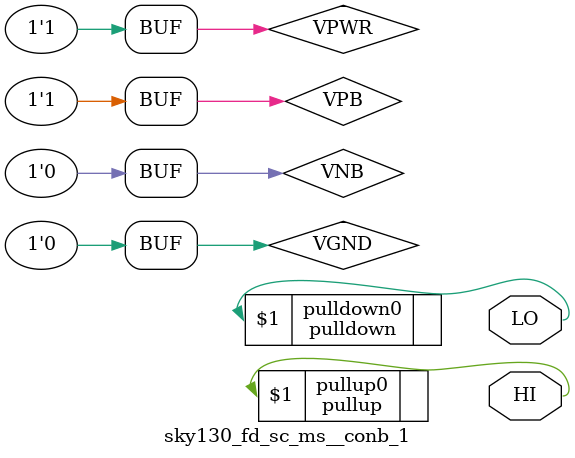
<source format=v>
/*
 * Copyright 2020 The SkyWater PDK Authors
 *
 * Licensed under the Apache License, Version 2.0 (the "License");
 * you may not use this file except in compliance with the License.
 * You may obtain a copy of the License at
 *
 *     https://www.apache.org/licenses/LICENSE-2.0
 *
 * Unless required by applicable law or agreed to in writing, software
 * distributed under the License is distributed on an "AS IS" BASIS,
 * WITHOUT WARRANTIES OR CONDITIONS OF ANY KIND, either express or implied.
 * See the License for the specific language governing permissions and
 * limitations under the License.
 *
 * SPDX-License-Identifier: Apache-2.0
*/


`ifndef SKY130_FD_SC_MS__CONB_1_TIMING_V
`define SKY130_FD_SC_MS__CONB_1_TIMING_V

/**
 * conb: Constant value, low, high outputs.
 *
 * Verilog simulation timing model.
 */

`timescale 1ns / 1ps
`default_nettype none

`celldefine
module sky130_fd_sc_ms__conb_1 (
    HI,
    LO
);

    // Module ports
    output HI;
    output LO;

    // Module supplies
    supply1 VPWR;
    supply0 VGND;
    supply1 VPB ;
    supply0 VNB ;

    //       Name       Output
    pullup   pullup0   (HI    );
    pulldown pulldown0 (LO    );

endmodule
`endcelldefine

`default_nettype wire
`endif  // SKY130_FD_SC_MS__CONB_1_TIMING_V

</source>
